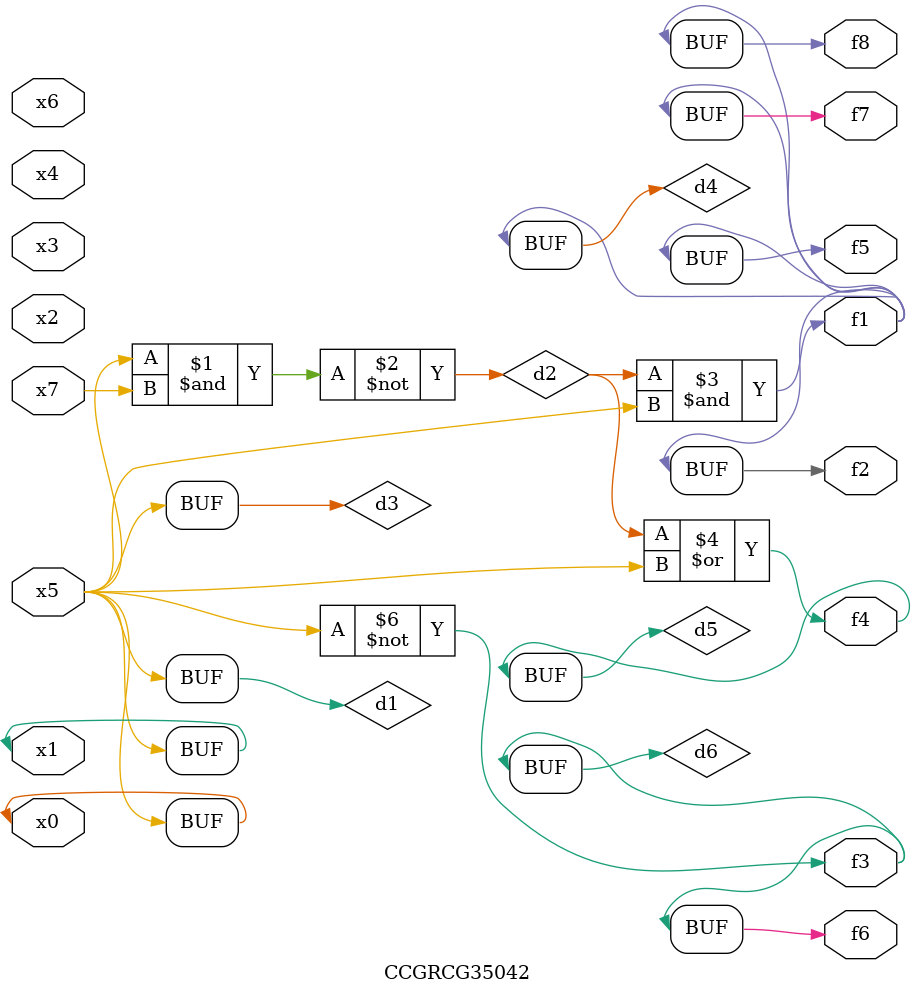
<source format=v>
module CCGRCG35042(
	input x0, x1, x2, x3, x4, x5, x6, x7,
	output f1, f2, f3, f4, f5, f6, f7, f8
);

	wire d1, d2, d3, d4, d5, d6;

	buf (d1, x0, x5);
	nand (d2, x5, x7);
	buf (d3, x0, x1);
	and (d4, d2, d3);
	or (d5, d2, d3);
	nor (d6, d1, d3);
	assign f1 = d4;
	assign f2 = d4;
	assign f3 = d6;
	assign f4 = d5;
	assign f5 = d4;
	assign f6 = d6;
	assign f7 = d4;
	assign f8 = d4;
endmodule

</source>
